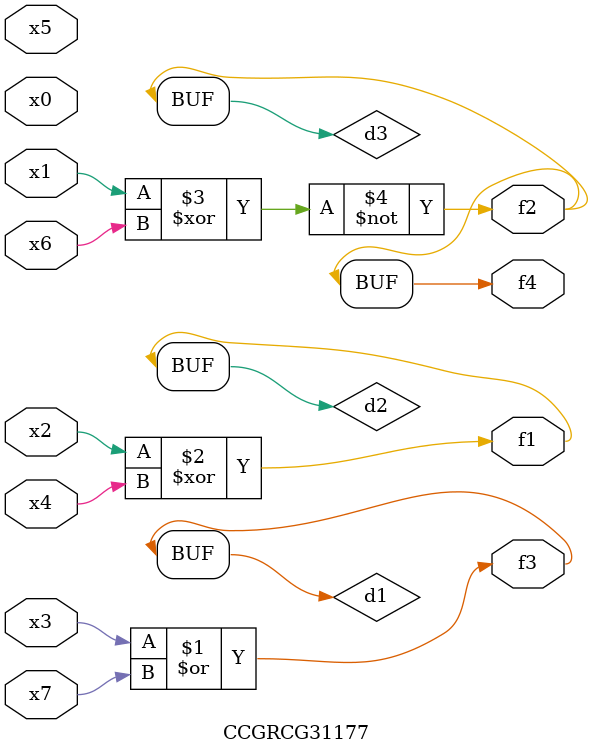
<source format=v>
module CCGRCG31177(
	input x0, x1, x2, x3, x4, x5, x6, x7,
	output f1, f2, f3, f4
);

	wire d1, d2, d3;

	or (d1, x3, x7);
	xor (d2, x2, x4);
	xnor (d3, x1, x6);
	assign f1 = d2;
	assign f2 = d3;
	assign f3 = d1;
	assign f4 = d3;
endmodule

</source>
